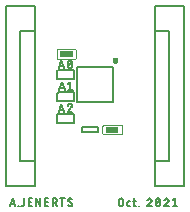
<source format=gto>
G04 EAGLE Gerber RS-274X export*
G75*
%MOMM*%
%FSLAX34Y34*%
%LPD*%
%INSilk screen*%
%IPPOS*%
%AMOC8*
5,1,8,0,0,$1,22.5*%
G01*
%ADD10C,0.127*%
%ADD11C,0.1524*%
%ADD12C,0.2*%
%ADD13C,0.0762*%
%ADD14C,0.15*%
G36*
X0465982Y0282935D02*
X0465982Y0282935D01*
X0465984Y0282934D01*
X0466027Y0282954D01*
X0466071Y0282972D01*
X0466071Y0282974D01*
X0466073Y0282975D01*
X0466106Y0283060D01*
X0466106Y0288140D01*
X0466105Y0288142D01*
X0466106Y0288144D01*
X0466086Y0288187D01*
X0466068Y0288231D01*
X0466066Y0288231D01*
X0466064Y0288233D01*
X0465980Y0288266D01*
X0455820Y0288266D01*
X0455818Y0288265D01*
X0455816Y0288266D01*
X0455773Y0288246D01*
X0455728Y0288228D01*
X0455728Y0288226D01*
X0455727Y0288225D01*
X0455694Y0288140D01*
X0455694Y0283060D01*
X0455695Y0283058D01*
X0455694Y0283056D01*
X0455713Y0283013D01*
X0455732Y0282969D01*
X0455734Y0282969D01*
X0455735Y0282967D01*
X0455820Y0282934D01*
X0465980Y0282934D01*
X0465982Y0282935D01*
G37*
G36*
X0504782Y0218834D02*
X0504782Y0218834D01*
X0504784Y0218834D01*
X0504827Y0218854D01*
X0504871Y0218872D01*
X0504871Y0218874D01*
X0504873Y0218875D01*
X0504906Y0218960D01*
X0504906Y0224040D01*
X0504905Y0224042D01*
X0504906Y0224044D01*
X0504886Y0224087D01*
X0504868Y0224131D01*
X0504865Y0224131D01*
X0504865Y0224133D01*
X0504780Y0224166D01*
X0494620Y0224166D01*
X0494617Y0224165D01*
X0494616Y0224166D01*
X0494573Y0224146D01*
X0494529Y0224128D01*
X0494529Y0224126D01*
X0494527Y0224125D01*
X0494494Y0224040D01*
X0494494Y0218960D01*
X0494495Y0218958D01*
X0494494Y0218956D01*
X0494514Y0218913D01*
X0494532Y0218869D01*
X0494534Y0218869D01*
X0494535Y0218867D01*
X0494620Y0218834D01*
X0504780Y0218834D01*
X0504782Y0218834D01*
G37*
G36*
X0503153Y0277536D02*
X0503153Y0277536D01*
X0503160Y0277543D01*
X0503166Y0277540D01*
X0503769Y0277789D01*
X0503774Y0277798D01*
X0503780Y0277796D01*
X0504298Y0278193D01*
X0504300Y0278202D01*
X0504307Y0278202D01*
X0504704Y0278720D01*
X0504704Y0278730D01*
X0504711Y0278731D01*
X0504960Y0279334D01*
X0504958Y0279343D01*
X0504964Y0279347D01*
X0505049Y0279994D01*
X0505044Y0280002D01*
X0505049Y0280006D01*
X0504964Y0280654D01*
X0504957Y0280660D01*
X0504960Y0280666D01*
X0504711Y0281269D01*
X0504702Y0281274D01*
X0504704Y0281280D01*
X0504307Y0281798D01*
X0504298Y0281800D01*
X0504298Y0281807D01*
X0503780Y0282204D01*
X0503771Y0282204D01*
X0503769Y0282211D01*
X0503166Y0282460D01*
X0503157Y0282458D01*
X0503153Y0282464D01*
X0502506Y0282549D01*
X0502498Y0282544D01*
X0502494Y0282549D01*
X0501847Y0282464D01*
X0501840Y0282457D01*
X0501834Y0282460D01*
X0501231Y0282211D01*
X0501226Y0282202D01*
X0501220Y0282204D01*
X0500702Y0281807D01*
X0500700Y0281798D01*
X0500693Y0281798D01*
X0500296Y0281280D01*
X0500296Y0281271D01*
X0500289Y0281269D01*
X0500040Y0280666D01*
X0500040Y0280665D01*
X0500042Y0280657D01*
X0500036Y0280654D01*
X0499951Y0280006D01*
X0499955Y0279998D01*
X0499951Y0279994D01*
X0500036Y0279347D01*
X0500043Y0279340D01*
X0500040Y0279334D01*
X0500289Y0278731D01*
X0500298Y0278726D01*
X0500296Y0278720D01*
X0500693Y0278202D01*
X0500702Y0278200D01*
X0500702Y0278193D01*
X0501220Y0277796D01*
X0501230Y0277796D01*
X0501231Y0277789D01*
X0501834Y0277540D01*
X0501843Y0277542D01*
X0501847Y0277536D01*
X0502494Y0277451D01*
X0502502Y0277456D01*
X0502506Y0277451D01*
X0503153Y0277536D01*
G37*
D10*
X0454343Y0273635D02*
X0456586Y0280365D01*
X0458830Y0273635D01*
X0458269Y0275318D02*
X0454904Y0275318D01*
X0461918Y0277000D02*
X0461920Y0277148D01*
X0461926Y0277296D01*
X0461936Y0277443D01*
X0461950Y0277591D01*
X0461967Y0277738D01*
X0461989Y0277884D01*
X0462014Y0278030D01*
X0462044Y0278175D01*
X0462077Y0278319D01*
X0462114Y0278462D01*
X0462155Y0278604D01*
X0462200Y0278746D01*
X0462248Y0278885D01*
X0462300Y0279024D01*
X0462356Y0279161D01*
X0462416Y0279296D01*
X0462479Y0279430D01*
X0462479Y0279431D02*
X0462504Y0279498D01*
X0462532Y0279563D01*
X0462564Y0279627D01*
X0462599Y0279690D01*
X0462637Y0279750D01*
X0462678Y0279808D01*
X0462722Y0279865D01*
X0462769Y0279918D01*
X0462819Y0279970D01*
X0462871Y0280018D01*
X0462926Y0280064D01*
X0462983Y0280107D01*
X0463042Y0280147D01*
X0463104Y0280184D01*
X0463167Y0280218D01*
X0463230Y0280248D01*
X0463297Y0280275D01*
X0463365Y0280299D01*
X0463434Y0280319D01*
X0463503Y0280336D01*
X0463573Y0280348D01*
X0463644Y0280358D01*
X0463716Y0280363D01*
X0463787Y0280365D01*
X0463858Y0280363D01*
X0463930Y0280358D01*
X0464001Y0280348D01*
X0464071Y0280336D01*
X0464140Y0280319D01*
X0464209Y0280299D01*
X0464277Y0280275D01*
X0464343Y0280248D01*
X0464407Y0280218D01*
X0464470Y0280184D01*
X0464532Y0280147D01*
X0464591Y0280107D01*
X0464647Y0280064D01*
X0464703Y0280018D01*
X0464754Y0279970D01*
X0464805Y0279918D01*
X0464852Y0279865D01*
X0464896Y0279808D01*
X0464936Y0279750D01*
X0464975Y0279689D01*
X0465010Y0279627D01*
X0465042Y0279563D01*
X0465070Y0279497D01*
X0465095Y0279430D01*
X0465096Y0279430D02*
X0465159Y0279296D01*
X0465219Y0279161D01*
X0465275Y0279024D01*
X0465327Y0278885D01*
X0465375Y0278746D01*
X0465420Y0278605D01*
X0465461Y0278462D01*
X0465498Y0278319D01*
X0465531Y0278175D01*
X0465561Y0278030D01*
X0465586Y0277884D01*
X0465608Y0277738D01*
X0465625Y0277591D01*
X0465639Y0277443D01*
X0465649Y0277296D01*
X0465655Y0277148D01*
X0465657Y0277000D01*
X0461918Y0277000D02*
X0461920Y0276852D01*
X0461926Y0276704D01*
X0461936Y0276557D01*
X0461950Y0276409D01*
X0461967Y0276262D01*
X0461989Y0276116D01*
X0462014Y0275970D01*
X0462044Y0275825D01*
X0462077Y0275681D01*
X0462114Y0275538D01*
X0462155Y0275396D01*
X0462200Y0275255D01*
X0462248Y0275115D01*
X0462300Y0274976D01*
X0462356Y0274839D01*
X0462416Y0274704D01*
X0462479Y0274570D01*
X0462479Y0274569D02*
X0462504Y0274502D01*
X0462532Y0274437D01*
X0462564Y0274373D01*
X0462599Y0274310D01*
X0462637Y0274250D01*
X0462678Y0274192D01*
X0462722Y0274135D01*
X0462769Y0274082D01*
X0462819Y0274030D01*
X0462871Y0273982D01*
X0462926Y0273936D01*
X0462983Y0273893D01*
X0463042Y0273853D01*
X0463104Y0273816D01*
X0463167Y0273782D01*
X0463230Y0273752D01*
X0463297Y0273725D01*
X0463365Y0273701D01*
X0463434Y0273681D01*
X0463503Y0273664D01*
X0463573Y0273652D01*
X0463644Y0273642D01*
X0463716Y0273637D01*
X0463787Y0273635D01*
X0465095Y0274570D02*
X0465158Y0274704D01*
X0465218Y0274839D01*
X0465274Y0274976D01*
X0465326Y0275115D01*
X0465374Y0275254D01*
X0465419Y0275395D01*
X0465460Y0275538D01*
X0465497Y0275681D01*
X0465530Y0275825D01*
X0465560Y0275970D01*
X0465585Y0276116D01*
X0465607Y0276262D01*
X0465623Y0276409D01*
X0465638Y0276557D01*
X0465648Y0276704D01*
X0465653Y0276852D01*
X0465656Y0277000D01*
X0465095Y0274569D02*
X0465070Y0274502D01*
X0465042Y0274437D01*
X0465010Y0274373D01*
X0464975Y0274310D01*
X0464936Y0274250D01*
X0464896Y0274192D01*
X0464852Y0274135D01*
X0464805Y0274082D01*
X0464754Y0274030D01*
X0464703Y0273982D01*
X0464647Y0273936D01*
X0464591Y0273893D01*
X0464532Y0273853D01*
X0464470Y0273816D01*
X0464407Y0273782D01*
X0464343Y0273752D01*
X0464277Y0273725D01*
X0464209Y0273701D01*
X0464140Y0273681D01*
X0464071Y0273664D01*
X0464001Y0273652D01*
X0463930Y0273642D01*
X0463858Y0273637D01*
X0463787Y0273635D01*
X0462291Y0275131D02*
X0465283Y0278869D01*
X0457087Y0261865D02*
X0454844Y0255135D01*
X0459330Y0255135D02*
X0457087Y0261865D01*
X0458769Y0256818D02*
X0455404Y0256818D01*
X0462418Y0260369D02*
X0464287Y0261865D01*
X0464287Y0255135D01*
X0462418Y0255135D02*
X0466156Y0255135D01*
X0456586Y0243365D02*
X0454343Y0236635D01*
X0458830Y0236635D02*
X0456586Y0243365D01*
X0458269Y0238318D02*
X0454904Y0238318D01*
X0463974Y0243366D02*
X0464054Y0243363D01*
X0464134Y0243358D01*
X0464214Y0243348D01*
X0464293Y0243336D01*
X0464371Y0243318D01*
X0464448Y0243298D01*
X0464524Y0243273D01*
X0464600Y0243245D01*
X0464673Y0243214D01*
X0464745Y0243179D01*
X0464816Y0243141D01*
X0464884Y0243099D01*
X0464950Y0243054D01*
X0465014Y0243006D01*
X0465075Y0242955D01*
X0465135Y0242901D01*
X0465192Y0242843D01*
X0465246Y0242785D01*
X0465297Y0242723D01*
X0465345Y0242659D01*
X0465390Y0242593D01*
X0465432Y0242524D01*
X0465469Y0242454D01*
X0465505Y0242382D01*
X0465536Y0242308D01*
X0465563Y0242233D01*
X0465589Y0242156D01*
X0465610Y0242079D01*
X0465627Y0242002D01*
X0465640Y0241923D01*
X0465649Y0241843D01*
X0465655Y0241762D01*
X0465657Y0241683D01*
X0463974Y0243365D02*
X0463883Y0243363D01*
X0463793Y0243357D01*
X0463703Y0243348D01*
X0463613Y0243335D01*
X0463524Y0243318D01*
X0463436Y0243297D01*
X0463349Y0243273D01*
X0463262Y0243245D01*
X0463178Y0243213D01*
X0463093Y0243177D01*
X0463012Y0243139D01*
X0462932Y0243097D01*
X0462853Y0243052D01*
X0462777Y0243003D01*
X0462702Y0242950D01*
X0462630Y0242897D01*
X0462560Y0242839D01*
X0462493Y0242778D01*
X0462428Y0242715D01*
X0462366Y0242649D01*
X0462307Y0242580D01*
X0462251Y0242509D01*
X0462198Y0242436D01*
X0462147Y0242360D01*
X0462100Y0242282D01*
X0462057Y0242203D01*
X0462017Y0242122D01*
X0461980Y0242039D01*
X0461947Y0241955D01*
X0461917Y0241869D01*
X0465095Y0240373D02*
X0465152Y0240432D01*
X0465208Y0240492D01*
X0465259Y0240554D01*
X0465309Y0240619D01*
X0465356Y0240685D01*
X0465399Y0240754D01*
X0465439Y0240825D01*
X0465476Y0240897D01*
X0465510Y0240970D01*
X0465540Y0241047D01*
X0465567Y0241122D01*
X0465591Y0241201D01*
X0465610Y0241280D01*
X0465627Y0241360D01*
X0465640Y0241439D01*
X0465649Y0241521D01*
X0465653Y0241602D01*
X0465656Y0241683D01*
X0465096Y0240373D02*
X0461918Y0236635D01*
X0465656Y0236635D01*
D11*
X0415319Y0163438D02*
X0413161Y0156962D01*
X0417479Y0156962D02*
X0415319Y0163438D01*
X0416939Y0158581D02*
X0413701Y0158581D01*
X0420180Y0157322D02*
X0420180Y0156962D01*
X0420180Y0157322D02*
X0420540Y0157322D01*
X0420540Y0156962D01*
X0420180Y0156962D01*
X0424848Y0158401D02*
X0424848Y0163438D01*
X0424848Y0158401D02*
X0424846Y0158328D01*
X0424841Y0158255D01*
X0424831Y0158183D01*
X0424819Y0158111D01*
X0424801Y0158040D01*
X0424782Y0157970D01*
X0424758Y0157901D01*
X0424731Y0157834D01*
X0424701Y0157767D01*
X0424667Y0157703D01*
X0424630Y0157640D01*
X0424590Y0157579D01*
X0424547Y0157520D01*
X0424501Y0157464D01*
X0424452Y0157410D01*
X0424400Y0157358D01*
X0424346Y0157309D01*
X0424290Y0157263D01*
X0424231Y0157220D01*
X0424170Y0157180D01*
X0424107Y0157143D01*
X0424043Y0157109D01*
X0423975Y0157079D01*
X0423909Y0157052D01*
X0423840Y0157028D01*
X0423770Y0157008D01*
X0423699Y0156991D01*
X0423626Y0156979D01*
X0423555Y0156969D01*
X0423482Y0156964D01*
X0423409Y0156962D01*
X0422690Y0156962D01*
X0428905Y0156962D02*
X0431783Y0156962D01*
X0428905Y0156962D02*
X0428905Y0163438D01*
X0431783Y0163438D01*
X0431064Y0160560D02*
X0428905Y0160560D01*
X0435121Y0163438D02*
X0435121Y0156962D01*
X0438718Y0156962D02*
X0435121Y0163438D01*
X0438718Y0163438D02*
X0438718Y0156962D01*
X0442825Y0156962D02*
X0445703Y0156962D01*
X0442825Y0156962D02*
X0442825Y0163438D01*
X0445703Y0163438D01*
X0444984Y0160560D02*
X0442825Y0160560D01*
X0449119Y0163438D02*
X0449119Y0156962D01*
X0449119Y0163438D02*
X0450918Y0163438D01*
X0451001Y0163436D01*
X0451084Y0163430D01*
X0451167Y0163420D01*
X0451248Y0163406D01*
X0451330Y0163390D01*
X0451410Y0163369D01*
X0451490Y0163344D01*
X0451567Y0163317D01*
X0451645Y0163284D01*
X0451719Y0163249D01*
X0451793Y0163211D01*
X0451865Y0163169D01*
X0451935Y0163123D01*
X0452002Y0163075D01*
X0452067Y0163023D01*
X0452130Y0162968D01*
X0452190Y0162911D01*
X0452247Y0162851D01*
X0452301Y0162788D01*
X0452354Y0162723D01*
X0452402Y0162656D01*
X0452448Y0162586D01*
X0452490Y0162514D01*
X0452528Y0162441D01*
X0452564Y0162366D01*
X0452596Y0162289D01*
X0452624Y0162211D01*
X0452648Y0162131D01*
X0452669Y0162051D01*
X0452686Y0161970D01*
X0452699Y0161888D01*
X0452709Y0161805D01*
X0452715Y0161722D01*
X0452717Y0161638D01*
X0452715Y0161556D01*
X0452709Y0161473D01*
X0452699Y0161390D01*
X0452686Y0161308D01*
X0452669Y0161227D01*
X0452648Y0161147D01*
X0452624Y0161067D01*
X0452596Y0160989D01*
X0452564Y0160912D01*
X0452528Y0160837D01*
X0452490Y0160764D01*
X0452448Y0160692D01*
X0452402Y0160622D01*
X0452354Y0160555D01*
X0452301Y0160490D01*
X0452247Y0160427D01*
X0452190Y0160367D01*
X0452130Y0160310D01*
X0452067Y0160255D01*
X0452002Y0160203D01*
X0451935Y0160155D01*
X0451865Y0160109D01*
X0451793Y0160067D01*
X0451719Y0160029D01*
X0451645Y0159993D01*
X0451567Y0159961D01*
X0451490Y0159933D01*
X0451410Y0159909D01*
X0451330Y0159888D01*
X0451248Y0159871D01*
X0451167Y0159857D01*
X0451084Y0159848D01*
X0451001Y0159842D01*
X0450918Y0159840D01*
X0449119Y0159840D01*
X0451278Y0159840D02*
X0452717Y0156962D01*
X0457560Y0156962D02*
X0457560Y0163438D01*
X0455760Y0163438D02*
X0459359Y0163438D01*
X0464400Y0156962D02*
X0464475Y0156964D01*
X0464550Y0156970D01*
X0464625Y0156980D01*
X0464699Y0156993D01*
X0464771Y0157011D01*
X0464844Y0157032D01*
X0464916Y0157058D01*
X0464985Y0157086D01*
X0465053Y0157119D01*
X0465120Y0157155D01*
X0465184Y0157194D01*
X0465246Y0157237D01*
X0465306Y0157283D01*
X0465363Y0157332D01*
X0465418Y0157383D01*
X0465469Y0157438D01*
X0465518Y0157495D01*
X0465563Y0157555D01*
X0465607Y0157617D01*
X0465646Y0157682D01*
X0465682Y0157748D01*
X0465715Y0157816D01*
X0465743Y0157885D01*
X0465769Y0157956D01*
X0465790Y0158029D01*
X0465807Y0158102D01*
X0465820Y0158176D01*
X0465831Y0158251D01*
X0465837Y0158326D01*
X0465839Y0158401D01*
X0464400Y0156962D02*
X0464291Y0156964D01*
X0464182Y0156970D01*
X0464073Y0156980D01*
X0463965Y0156993D01*
X0463857Y0157011D01*
X0463750Y0157032D01*
X0463644Y0157057D01*
X0463539Y0157086D01*
X0463435Y0157119D01*
X0463332Y0157156D01*
X0463230Y0157196D01*
X0463131Y0157240D01*
X0463033Y0157287D01*
X0462936Y0157338D01*
X0462841Y0157392D01*
X0462749Y0157450D01*
X0462658Y0157511D01*
X0462570Y0157575D01*
X0462484Y0157642D01*
X0462400Y0157712D01*
X0462320Y0157785D01*
X0462241Y0157861D01*
X0462421Y0161999D02*
X0462423Y0162074D01*
X0462429Y0162149D01*
X0462438Y0162224D01*
X0462451Y0162298D01*
X0462470Y0162371D01*
X0462491Y0162444D01*
X0462517Y0162515D01*
X0462545Y0162584D01*
X0462578Y0162652D01*
X0462614Y0162719D01*
X0462652Y0162783D01*
X0462695Y0162845D01*
X0462742Y0162905D01*
X0462791Y0162962D01*
X0462842Y0163017D01*
X0462896Y0163068D01*
X0462954Y0163117D01*
X0463014Y0163162D01*
X0463076Y0163206D01*
X0463140Y0163245D01*
X0463207Y0163281D01*
X0463275Y0163314D01*
X0463344Y0163342D01*
X0463414Y0163368D01*
X0463488Y0163389D01*
X0463561Y0163406D01*
X0463635Y0163420D01*
X0463710Y0163430D01*
X0463785Y0163436D01*
X0463860Y0163438D01*
X0463962Y0163436D01*
X0464064Y0163430D01*
X0464166Y0163420D01*
X0464266Y0163406D01*
X0464368Y0163390D01*
X0464467Y0163369D01*
X0464567Y0163344D01*
X0464664Y0163314D01*
X0464762Y0163283D01*
X0464857Y0163247D01*
X0464951Y0163207D01*
X0465044Y0163164D01*
X0465135Y0163118D01*
X0465224Y0163068D01*
X0465311Y0163015D01*
X0465396Y0162958D01*
X0465479Y0162898D01*
X0463140Y0160739D02*
X0463075Y0160780D01*
X0463013Y0160823D01*
X0462953Y0160870D01*
X0462896Y0160920D01*
X0462841Y0160972D01*
X0462789Y0161027D01*
X0462740Y0161086D01*
X0462695Y0161146D01*
X0462652Y0161209D01*
X0462613Y0161274D01*
X0462577Y0161340D01*
X0462544Y0161408D01*
X0462515Y0161479D01*
X0462490Y0161551D01*
X0462468Y0161624D01*
X0462451Y0161698D01*
X0462438Y0161772D01*
X0462428Y0161847D01*
X0462421Y0161923D01*
X0462420Y0161999D01*
X0465119Y0159661D02*
X0465184Y0159620D01*
X0465246Y0159577D01*
X0465306Y0159530D01*
X0465363Y0159480D01*
X0465418Y0159428D01*
X0465469Y0159372D01*
X0465519Y0159314D01*
X0465563Y0159254D01*
X0465607Y0159191D01*
X0465646Y0159126D01*
X0465682Y0159060D01*
X0465715Y0158991D01*
X0465744Y0158921D01*
X0465769Y0158849D01*
X0465790Y0158776D01*
X0465807Y0158702D01*
X0465820Y0158628D01*
X0465831Y0158553D01*
X0465837Y0158477D01*
X0465839Y0158401D01*
X0465119Y0159660D02*
X0463140Y0160740D01*
X0505401Y0161539D02*
X0505401Y0158661D01*
X0505401Y0161539D02*
X0505403Y0161622D01*
X0505409Y0161705D01*
X0505418Y0161788D01*
X0505432Y0161870D01*
X0505449Y0161951D01*
X0505469Y0162031D01*
X0505494Y0162111D01*
X0505522Y0162189D01*
X0505554Y0162266D01*
X0505590Y0162341D01*
X0505627Y0162414D01*
X0505670Y0162486D01*
X0505716Y0162556D01*
X0505764Y0162623D01*
X0505816Y0162688D01*
X0505871Y0162750D01*
X0505927Y0162811D01*
X0505988Y0162868D01*
X0506051Y0162923D01*
X0506115Y0162975D01*
X0506183Y0163023D01*
X0506252Y0163069D01*
X0506325Y0163111D01*
X0506398Y0163149D01*
X0506473Y0163185D01*
X0506550Y0163217D01*
X0506628Y0163245D01*
X0506708Y0163268D01*
X0506788Y0163290D01*
X0506869Y0163307D01*
X0506950Y0163321D01*
X0507034Y0163329D01*
X0507117Y0163336D01*
X0507200Y0163338D01*
X0507283Y0163336D01*
X0507365Y0163329D01*
X0507449Y0163321D01*
X0507531Y0163307D01*
X0507612Y0163290D01*
X0507692Y0163268D01*
X0507772Y0163245D01*
X0507849Y0163217D01*
X0507926Y0163185D01*
X0508002Y0163149D01*
X0508075Y0163111D01*
X0508147Y0163069D01*
X0508217Y0163023D01*
X0508284Y0162975D01*
X0508349Y0162923D01*
X0508412Y0162868D01*
X0508472Y0162811D01*
X0508529Y0162750D01*
X0508584Y0162688D01*
X0508636Y0162623D01*
X0508684Y0162556D01*
X0508730Y0162486D01*
X0508772Y0162414D01*
X0508810Y0162341D01*
X0508846Y0162266D01*
X0508878Y0162189D01*
X0508906Y0162111D01*
X0508930Y0162031D01*
X0508951Y0161951D01*
X0508968Y0161870D01*
X0508982Y0161788D01*
X0508991Y0161705D01*
X0508996Y0161622D01*
X0508999Y0161539D01*
X0508999Y0158661D01*
X0508996Y0158578D01*
X0508991Y0158495D01*
X0508982Y0158412D01*
X0508968Y0158330D01*
X0508951Y0158249D01*
X0508930Y0158169D01*
X0508906Y0158089D01*
X0508878Y0158011D01*
X0508846Y0157934D01*
X0508810Y0157859D01*
X0508772Y0157786D01*
X0508730Y0157714D01*
X0508684Y0157644D01*
X0508636Y0157577D01*
X0508584Y0157512D01*
X0508529Y0157449D01*
X0508472Y0157389D01*
X0508412Y0157332D01*
X0508349Y0157277D01*
X0508284Y0157225D01*
X0508217Y0157177D01*
X0508147Y0157131D01*
X0508075Y0157089D01*
X0508002Y0157051D01*
X0507926Y0157015D01*
X0507849Y0156983D01*
X0507772Y0156955D01*
X0507692Y0156931D01*
X0507612Y0156910D01*
X0507531Y0156893D01*
X0507449Y0156879D01*
X0507365Y0156870D01*
X0507283Y0156864D01*
X0507200Y0156862D01*
X0507117Y0156864D01*
X0507034Y0156870D01*
X0506950Y0156879D01*
X0506869Y0156893D01*
X0506788Y0156910D01*
X0506708Y0156931D01*
X0506628Y0156955D01*
X0506550Y0156983D01*
X0506473Y0157015D01*
X0506398Y0157051D01*
X0506325Y0157089D01*
X0506252Y0157131D01*
X0506183Y0157177D01*
X0506115Y0157225D01*
X0506051Y0157277D01*
X0505988Y0157332D01*
X0505927Y0157389D01*
X0505871Y0157449D01*
X0505816Y0157512D01*
X0505764Y0157577D01*
X0505716Y0157644D01*
X0505670Y0157714D01*
X0505627Y0157786D01*
X0505590Y0157859D01*
X0505554Y0157934D01*
X0505522Y0158011D01*
X0505494Y0158089D01*
X0505469Y0158169D01*
X0505449Y0158249D01*
X0505432Y0158330D01*
X0505418Y0158412D01*
X0505409Y0158495D01*
X0505403Y0158578D01*
X0505401Y0158661D01*
X0513574Y0156862D02*
X0515014Y0156862D01*
X0513574Y0156862D02*
X0513511Y0156864D01*
X0513449Y0156869D01*
X0513387Y0156878D01*
X0513324Y0156891D01*
X0513264Y0156907D01*
X0513204Y0156927D01*
X0513147Y0156950D01*
X0513090Y0156977D01*
X0513035Y0157007D01*
X0512981Y0157040D01*
X0512930Y0157076D01*
X0512879Y0157114D01*
X0512834Y0157156D01*
X0512789Y0157201D01*
X0512746Y0157247D01*
X0512709Y0157297D01*
X0512673Y0157348D01*
X0512639Y0157402D01*
X0512609Y0157457D01*
X0512583Y0157514D01*
X0512560Y0157572D01*
X0512540Y0157632D01*
X0512524Y0157692D01*
X0512511Y0157754D01*
X0512502Y0157816D01*
X0512497Y0157878D01*
X0512495Y0157941D01*
X0512495Y0160100D01*
X0512497Y0160163D01*
X0512502Y0160225D01*
X0512511Y0160287D01*
X0512524Y0160349D01*
X0512540Y0160409D01*
X0512560Y0160469D01*
X0512583Y0160527D01*
X0512609Y0160584D01*
X0512639Y0160640D01*
X0512673Y0160692D01*
X0512709Y0160744D01*
X0512746Y0160794D01*
X0512789Y0160840D01*
X0512834Y0160885D01*
X0512879Y0160927D01*
X0512930Y0160965D01*
X0512981Y0161001D01*
X0513035Y0161034D01*
X0513090Y0161064D01*
X0513147Y0161091D01*
X0513204Y0161114D01*
X0513264Y0161134D01*
X0513324Y0161149D01*
X0513387Y0161163D01*
X0513449Y0161172D01*
X0513511Y0161177D01*
X0513574Y0161179D01*
X0515014Y0161179D01*
X0517301Y0161179D02*
X0519461Y0161179D01*
X0518022Y0163338D02*
X0518022Y0157941D01*
X0518024Y0157878D01*
X0518029Y0157816D01*
X0518038Y0157754D01*
X0518050Y0157692D01*
X0518067Y0157632D01*
X0518087Y0157572D01*
X0518110Y0157514D01*
X0518137Y0157457D01*
X0518167Y0157401D01*
X0518200Y0157348D01*
X0518236Y0157297D01*
X0518274Y0157247D01*
X0518316Y0157201D01*
X0518361Y0157156D01*
X0518407Y0157114D01*
X0518457Y0157075D01*
X0518508Y0157039D01*
X0518562Y0157007D01*
X0518617Y0156977D01*
X0518674Y0156950D01*
X0518732Y0156927D01*
X0518792Y0156907D01*
X0518852Y0156891D01*
X0518914Y0156878D01*
X0518975Y0156869D01*
X0519038Y0156864D01*
X0519101Y0156862D01*
X0519461Y0156862D01*
X0522140Y0156862D02*
X0522140Y0157222D01*
X0522500Y0157222D01*
X0522500Y0156862D01*
X0522140Y0156862D01*
X0531380Y0163338D02*
X0531459Y0163336D01*
X0531539Y0163329D01*
X0531618Y0163320D01*
X0531696Y0163307D01*
X0531773Y0163289D01*
X0531850Y0163268D01*
X0531925Y0163243D01*
X0532000Y0163215D01*
X0532072Y0163183D01*
X0532143Y0163146D01*
X0532212Y0163108D01*
X0532279Y0163065D01*
X0532344Y0163019D01*
X0532407Y0162971D01*
X0532467Y0162918D01*
X0532525Y0162864D01*
X0532580Y0162806D01*
X0532632Y0162746D01*
X0532680Y0162683D01*
X0532726Y0162618D01*
X0532769Y0162551D01*
X0532808Y0162482D01*
X0532844Y0162411D01*
X0532876Y0162338D01*
X0532904Y0162263D01*
X0532929Y0162189D01*
X0532950Y0162112D01*
X0532968Y0162034D01*
X0532981Y0161957D01*
X0532991Y0161878D01*
X0532997Y0161798D01*
X0532999Y0161719D01*
X0531380Y0163338D02*
X0531290Y0163336D01*
X0531200Y0163329D01*
X0531110Y0163320D01*
X0531021Y0163307D01*
X0530933Y0163289D01*
X0530845Y0163268D01*
X0530758Y0163243D01*
X0530673Y0163214D01*
X0530589Y0163182D01*
X0530506Y0163145D01*
X0530425Y0163106D01*
X0530346Y0163063D01*
X0530269Y0163016D01*
X0530193Y0162966D01*
X0530120Y0162913D01*
X0530050Y0162856D01*
X0529982Y0162798D01*
X0529916Y0162736D01*
X0529854Y0162671D01*
X0529794Y0162603D01*
X0529737Y0162533D01*
X0529683Y0162460D01*
X0529633Y0162385D01*
X0529585Y0162310D01*
X0529541Y0162231D01*
X0529501Y0162150D01*
X0529464Y0162068D01*
X0529431Y0161984D01*
X0529401Y0161899D01*
X0532459Y0160460D02*
X0532515Y0160515D01*
X0532568Y0160573D01*
X0532618Y0160632D01*
X0532665Y0160695D01*
X0532710Y0160759D01*
X0532752Y0160825D01*
X0532790Y0160893D01*
X0532826Y0160963D01*
X0532858Y0161034D01*
X0532888Y0161107D01*
X0532913Y0161180D01*
X0532936Y0161255D01*
X0532955Y0161331D01*
X0532971Y0161408D01*
X0532983Y0161484D01*
X0532992Y0161563D01*
X0532997Y0161641D01*
X0532999Y0161719D01*
X0532459Y0160460D02*
X0529401Y0156862D01*
X0532999Y0156862D01*
X0536601Y0160100D02*
X0536603Y0160242D01*
X0536609Y0160385D01*
X0536618Y0160527D01*
X0536631Y0160669D01*
X0536648Y0160810D01*
X0536669Y0160951D01*
X0536694Y0161091D01*
X0536722Y0161231D01*
X0536754Y0161369D01*
X0536790Y0161507D01*
X0536829Y0161644D01*
X0536872Y0161780D01*
X0536919Y0161914D01*
X0536969Y0162048D01*
X0537023Y0162179D01*
X0537080Y0162310D01*
X0537141Y0162439D01*
X0537166Y0162506D01*
X0537195Y0162572D01*
X0537227Y0162636D01*
X0537263Y0162698D01*
X0537301Y0162758D01*
X0537344Y0162817D01*
X0537389Y0162872D01*
X0537437Y0162926D01*
X0537488Y0162976D01*
X0537541Y0163024D01*
X0537597Y0163069D01*
X0537656Y0163111D01*
X0537716Y0163149D01*
X0537779Y0163184D01*
X0537843Y0163216D01*
X0537909Y0163244D01*
X0537977Y0163268D01*
X0538045Y0163290D01*
X0538115Y0163307D01*
X0538186Y0163321D01*
X0538257Y0163329D01*
X0538328Y0163336D01*
X0538400Y0163338D01*
X0538472Y0163336D01*
X0538543Y0163329D01*
X0538614Y0163321D01*
X0538685Y0163307D01*
X0538755Y0163290D01*
X0538823Y0163268D01*
X0538891Y0163244D01*
X0538957Y0163216D01*
X0539021Y0163184D01*
X0539084Y0163149D01*
X0539144Y0163111D01*
X0539203Y0163069D01*
X0539259Y0163024D01*
X0539312Y0162976D01*
X0539363Y0162926D01*
X0539411Y0162872D01*
X0539456Y0162817D01*
X0539499Y0162758D01*
X0539537Y0162698D01*
X0539573Y0162636D01*
X0539605Y0162572D01*
X0539634Y0162506D01*
X0539659Y0162439D01*
X0539720Y0162310D01*
X0539777Y0162179D01*
X0539831Y0162048D01*
X0539881Y0161914D01*
X0539928Y0161780D01*
X0539971Y0161644D01*
X0540010Y0161507D01*
X0540046Y0161369D01*
X0540078Y0161231D01*
X0540106Y0161091D01*
X0540131Y0160951D01*
X0540152Y0160810D01*
X0540169Y0160669D01*
X0540182Y0160527D01*
X0540191Y0160385D01*
X0540197Y0160242D01*
X0540199Y0160100D01*
X0536601Y0160100D02*
X0536603Y0159958D01*
X0536609Y0159815D01*
X0536618Y0159673D01*
X0536631Y0159531D01*
X0536648Y0159390D01*
X0536669Y0159249D01*
X0536694Y0159109D01*
X0536722Y0158969D01*
X0536754Y0158831D01*
X0536790Y0158693D01*
X0536829Y0158556D01*
X0536872Y0158420D01*
X0536919Y0158286D01*
X0536969Y0158152D01*
X0537023Y0158021D01*
X0537080Y0157890D01*
X0537141Y0157761D01*
X0537166Y0157694D01*
X0537195Y0157628D01*
X0537227Y0157564D01*
X0537263Y0157502D01*
X0537301Y0157441D01*
X0537344Y0157383D01*
X0537389Y0157328D01*
X0537437Y0157274D01*
X0537488Y0157224D01*
X0537541Y0157176D01*
X0537597Y0157131D01*
X0537656Y0157089D01*
X0537716Y0157051D01*
X0537779Y0157016D01*
X0537843Y0156984D01*
X0537909Y0156956D01*
X0537977Y0156931D01*
X0538045Y0156910D01*
X0538115Y0156893D01*
X0538186Y0156879D01*
X0538257Y0156870D01*
X0538328Y0156864D01*
X0538400Y0156862D01*
X0539659Y0157761D02*
X0539720Y0157890D01*
X0539777Y0158021D01*
X0539831Y0158152D01*
X0539881Y0158286D01*
X0539928Y0158420D01*
X0539971Y0158556D01*
X0540010Y0158693D01*
X0540046Y0158831D01*
X0540078Y0158969D01*
X0540106Y0159109D01*
X0540131Y0159249D01*
X0540152Y0159390D01*
X0540169Y0159531D01*
X0540182Y0159673D01*
X0540191Y0159815D01*
X0540197Y0159958D01*
X0540199Y0160100D01*
X0539659Y0157761D02*
X0539634Y0157694D01*
X0539605Y0157628D01*
X0539573Y0157564D01*
X0539537Y0157502D01*
X0539499Y0157442D01*
X0539456Y0157383D01*
X0539411Y0157328D01*
X0539363Y0157274D01*
X0539312Y0157224D01*
X0539259Y0157176D01*
X0539203Y0157131D01*
X0539144Y0157089D01*
X0539084Y0157051D01*
X0539021Y0157016D01*
X0538957Y0156984D01*
X0538891Y0156956D01*
X0538823Y0156931D01*
X0538755Y0156910D01*
X0538685Y0156893D01*
X0538614Y0156879D01*
X0538543Y0156870D01*
X0538472Y0156864D01*
X0538400Y0156862D01*
X0536961Y0158301D02*
X0539839Y0161899D01*
X0545780Y0163338D02*
X0545859Y0163336D01*
X0545939Y0163329D01*
X0546018Y0163320D01*
X0546096Y0163307D01*
X0546173Y0163289D01*
X0546250Y0163268D01*
X0546325Y0163243D01*
X0546400Y0163215D01*
X0546472Y0163183D01*
X0546543Y0163146D01*
X0546612Y0163108D01*
X0546679Y0163065D01*
X0546744Y0163019D01*
X0546807Y0162971D01*
X0546867Y0162918D01*
X0546925Y0162864D01*
X0546980Y0162806D01*
X0547032Y0162746D01*
X0547080Y0162683D01*
X0547126Y0162618D01*
X0547169Y0162551D01*
X0547208Y0162482D01*
X0547244Y0162411D01*
X0547276Y0162338D01*
X0547304Y0162263D01*
X0547329Y0162189D01*
X0547350Y0162112D01*
X0547368Y0162034D01*
X0547381Y0161957D01*
X0547391Y0161878D01*
X0547397Y0161798D01*
X0547399Y0161719D01*
X0545780Y0163338D02*
X0545690Y0163336D01*
X0545600Y0163329D01*
X0545510Y0163320D01*
X0545421Y0163307D01*
X0545333Y0163289D01*
X0545245Y0163268D01*
X0545158Y0163243D01*
X0545073Y0163214D01*
X0544989Y0163182D01*
X0544906Y0163145D01*
X0544825Y0163106D01*
X0544746Y0163063D01*
X0544669Y0163016D01*
X0544593Y0162966D01*
X0544520Y0162913D01*
X0544450Y0162856D01*
X0544382Y0162798D01*
X0544316Y0162736D01*
X0544254Y0162671D01*
X0544194Y0162603D01*
X0544137Y0162533D01*
X0544083Y0162460D01*
X0544033Y0162385D01*
X0543985Y0162310D01*
X0543941Y0162231D01*
X0543901Y0162150D01*
X0543864Y0162068D01*
X0543831Y0161984D01*
X0543801Y0161899D01*
X0546859Y0160460D02*
X0546915Y0160515D01*
X0546968Y0160573D01*
X0547018Y0160632D01*
X0547065Y0160695D01*
X0547110Y0160759D01*
X0547152Y0160825D01*
X0547190Y0160893D01*
X0547226Y0160963D01*
X0547258Y0161034D01*
X0547288Y0161107D01*
X0547313Y0161180D01*
X0547336Y0161255D01*
X0547355Y0161331D01*
X0547371Y0161408D01*
X0547383Y0161484D01*
X0547392Y0161563D01*
X0547397Y0161641D01*
X0547399Y0161719D01*
X0546859Y0160460D02*
X0543801Y0156862D01*
X0547399Y0156862D01*
X0551001Y0161899D02*
X0552800Y0163338D01*
X0552800Y0156862D01*
X0551001Y0156862D02*
X0554599Y0156862D01*
D12*
X0434500Y0326000D02*
X0409500Y0326000D01*
X0409500Y0174000D01*
X0434500Y0174000D01*
X0434500Y0195000D01*
X0434500Y0305000D01*
X0434500Y0326000D01*
X0434500Y0305000D02*
X0422000Y0305000D01*
X0422000Y0195000D01*
X0434500Y0195000D01*
D10*
X0500000Y0245000D02*
X0500000Y0275000D01*
X0470000Y0275000D01*
X0470000Y0245000D01*
X0500000Y0245000D01*
D13*
X0469290Y0288275D02*
X0469288Y0288344D01*
X0469283Y0288412D01*
X0469273Y0288480D01*
X0469260Y0288548D01*
X0469244Y0288615D01*
X0469223Y0288681D01*
X0469200Y0288745D01*
X0469173Y0288808D01*
X0469142Y0288870D01*
X0469108Y0288930D01*
X0469071Y0288988D01*
X0469031Y0289044D01*
X0468988Y0289097D01*
X0468942Y0289148D01*
X0468893Y0289197D01*
X0468842Y0289243D01*
X0468789Y0289286D01*
X0468733Y0289326D01*
X0468675Y0289363D01*
X0468615Y0289397D01*
X0468553Y0289428D01*
X0468490Y0289455D01*
X0468426Y0289479D01*
X0468360Y0289499D01*
X0468293Y0289515D01*
X0468225Y0289528D01*
X0468157Y0289538D01*
X0468089Y0289543D01*
X0468020Y0289545D01*
X0469290Y0288275D02*
X0469290Y0282925D01*
X0469288Y0282856D01*
X0469283Y0282788D01*
X0469273Y0282720D01*
X0469260Y0282652D01*
X0469244Y0282585D01*
X0469223Y0282519D01*
X0469200Y0282455D01*
X0469173Y0282392D01*
X0469142Y0282330D01*
X0469108Y0282270D01*
X0469071Y0282212D01*
X0469031Y0282156D01*
X0468988Y0282103D01*
X0468942Y0282052D01*
X0468893Y0282003D01*
X0468842Y0281957D01*
X0468789Y0281914D01*
X0468733Y0281874D01*
X0468675Y0281837D01*
X0468615Y0281803D01*
X0468553Y0281772D01*
X0468490Y0281745D01*
X0468426Y0281721D01*
X0468360Y0281701D01*
X0468293Y0281685D01*
X0468225Y0281672D01*
X0468157Y0281662D01*
X0468089Y0281657D01*
X0468020Y0281655D01*
X0453780Y0281655D01*
X0453711Y0281657D01*
X0453643Y0281662D01*
X0453575Y0281672D01*
X0453507Y0281685D01*
X0453440Y0281701D01*
X0453374Y0281721D01*
X0453310Y0281745D01*
X0453247Y0281772D01*
X0453185Y0281803D01*
X0453125Y0281837D01*
X0453067Y0281874D01*
X0453011Y0281914D01*
X0452958Y0281957D01*
X0452907Y0282003D01*
X0452858Y0282052D01*
X0452812Y0282103D01*
X0452769Y0282156D01*
X0452729Y0282212D01*
X0452692Y0282270D01*
X0452658Y0282330D01*
X0452627Y0282392D01*
X0452600Y0282455D01*
X0452575Y0282519D01*
X0452556Y0282585D01*
X0452540Y0282652D01*
X0452527Y0282720D01*
X0452517Y0282788D01*
X0452512Y0282856D01*
X0452510Y0282925D01*
X0452510Y0288275D01*
X0452512Y0288344D01*
X0452517Y0288412D01*
X0452527Y0288480D01*
X0452540Y0288548D01*
X0452556Y0288615D01*
X0452575Y0288681D01*
X0452600Y0288745D01*
X0452627Y0288808D01*
X0452658Y0288870D01*
X0452692Y0288930D01*
X0452729Y0288988D01*
X0452769Y0289044D01*
X0452812Y0289097D01*
X0452858Y0289148D01*
X0452907Y0289197D01*
X0452958Y0289243D01*
X0453011Y0289286D01*
X0453067Y0289326D01*
X0453125Y0289363D01*
X0453185Y0289397D01*
X0453247Y0289428D01*
X0453310Y0289455D01*
X0453374Y0289479D01*
X0453440Y0289499D01*
X0453507Y0289515D01*
X0453575Y0289528D01*
X0453643Y0289538D01*
X0453711Y0289543D01*
X0453780Y0289545D01*
X0468020Y0289545D01*
X0506820Y0225445D02*
X0506889Y0225443D01*
X0506957Y0225438D01*
X0507025Y0225428D01*
X0507093Y0225415D01*
X0507160Y0225399D01*
X0507226Y0225379D01*
X0507290Y0225355D01*
X0507353Y0225328D01*
X0507415Y0225296D01*
X0507475Y0225263D01*
X0507532Y0225226D01*
X0507588Y0225186D01*
X0507642Y0225143D01*
X0507693Y0225097D01*
X0507742Y0225048D01*
X0507788Y0224997D01*
X0507831Y0224944D01*
X0507871Y0224888D01*
X0507908Y0224830D01*
X0507942Y0224770D01*
X0507973Y0224708D01*
X0508000Y0224645D01*
X0508024Y0224581D01*
X0508044Y0224515D01*
X0508060Y0224448D01*
X0508073Y0224380D01*
X0508083Y0224312D01*
X0508088Y0224244D01*
X0508090Y0224175D01*
X0508090Y0218825D01*
X0508088Y0218756D01*
X0508083Y0218688D01*
X0508073Y0218620D01*
X0508060Y0218552D01*
X0508044Y0218485D01*
X0508024Y0218419D01*
X0508000Y0218355D01*
X0507973Y0218292D01*
X0507942Y0218230D01*
X0507908Y0218170D01*
X0507871Y0218112D01*
X0507831Y0218055D01*
X0507788Y0218003D01*
X0507742Y0217952D01*
X0507693Y0217903D01*
X0507642Y0217856D01*
X0507588Y0217813D01*
X0507532Y0217774D01*
X0507475Y0217736D01*
X0507415Y0217703D01*
X0507353Y0217672D01*
X0507290Y0217644D01*
X0507226Y0217621D01*
X0507160Y0217601D01*
X0507093Y0217584D01*
X0507025Y0217572D01*
X0506957Y0217562D01*
X0506889Y0217557D01*
X0506820Y0217554D01*
X0492579Y0217554D01*
X0492511Y0217557D01*
X0492443Y0217562D01*
X0492375Y0217572D01*
X0492307Y0217584D01*
X0492240Y0217601D01*
X0492174Y0217621D01*
X0492110Y0217644D01*
X0492047Y0217672D01*
X0491984Y0217703D01*
X0491925Y0217736D01*
X0491867Y0217774D01*
X0491811Y0217813D01*
X0491758Y0217856D01*
X0491706Y0217903D01*
X0491658Y0217952D01*
X0491612Y0218003D01*
X0491569Y0218055D01*
X0491529Y0218112D01*
X0491492Y0218170D01*
X0491458Y0218230D01*
X0491427Y0218292D01*
X0491400Y0218355D01*
X0491376Y0218419D01*
X0491355Y0218485D01*
X0491340Y0218552D01*
X0491327Y0218620D01*
X0491317Y0218688D01*
X0491312Y0218756D01*
X0491310Y0218825D01*
X0491310Y0224175D01*
X0491312Y0224244D01*
X0491317Y0224312D01*
X0491327Y0224380D01*
X0491340Y0224448D01*
X0491355Y0224515D01*
X0491376Y0224581D01*
X0491400Y0224645D01*
X0491427Y0224708D01*
X0491458Y0224770D01*
X0491492Y0224830D01*
X0491529Y0224888D01*
X0491569Y0224944D01*
X0491612Y0224997D01*
X0491658Y0225048D01*
X0491706Y0225097D01*
X0491758Y0225143D01*
X0491811Y0225186D01*
X0491867Y0225226D01*
X0491925Y0225263D01*
X0491984Y0225296D01*
X0492047Y0225328D01*
X0492110Y0225355D01*
X0492174Y0225379D01*
X0492240Y0225399D01*
X0492307Y0225415D01*
X0492375Y0225428D01*
X0492443Y0225438D01*
X0492511Y0225443D01*
X0492579Y0225445D01*
X0506820Y0225445D01*
D12*
X0535500Y0174000D02*
X0560500Y0174000D01*
X0560500Y0326000D01*
X0535500Y0326000D01*
X0535500Y0305000D01*
X0535500Y0195000D01*
X0535500Y0174000D01*
X0535500Y0195000D02*
X0548000Y0195000D01*
X0548000Y0305000D01*
X0535500Y0305000D01*
D14*
X0465466Y0272180D02*
X0454734Y0272180D01*
X0452694Y0266060D02*
X0452695Y0265971D01*
X0452702Y0265882D01*
X0452710Y0265794D01*
X0452725Y0265706D01*
X0452742Y0265618D01*
X0452764Y0265532D01*
X0452788Y0265447D01*
X0452817Y0265362D01*
X0452849Y0265279D01*
X0452885Y0265198D01*
X0452924Y0265118D01*
X0452967Y0265040D01*
X0453013Y0264964D01*
X0453063Y0264890D01*
X0453116Y0264818D01*
X0453170Y0264749D01*
X0453230Y0264682D01*
X0453292Y0264618D01*
X0453356Y0264556D01*
X0453423Y0264497D01*
X0453491Y0264442D01*
X0453564Y0264389D01*
X0453638Y0264339D01*
X0453714Y0264293D01*
X0453792Y0264250D01*
X0453872Y0264211D01*
X0453953Y0264175D01*
X0454036Y0264143D01*
X0454121Y0264114D01*
X0454206Y0264090D01*
X0454292Y0264068D01*
X0454380Y0264051D01*
X0454467Y0264037D01*
X0454555Y0264028D01*
X0454645Y0264022D01*
X0454734Y0264020D01*
X0465466Y0264020D02*
X0465555Y0264022D01*
X0465644Y0264028D01*
X0465732Y0264037D01*
X0465820Y0264051D01*
X0465908Y0264068D01*
X0465994Y0264090D01*
X0466079Y0264114D01*
X0466164Y0264143D01*
X0466247Y0264175D01*
X0466328Y0264211D01*
X0466408Y0264250D01*
X0466486Y0264293D01*
X0466562Y0264339D01*
X0466636Y0264389D01*
X0466708Y0264442D01*
X0466777Y0264497D01*
X0466843Y0264556D01*
X0466908Y0264618D01*
X0466970Y0264682D01*
X0467029Y0264749D01*
X0467084Y0264818D01*
X0467137Y0264890D01*
X0467187Y0264964D01*
X0467233Y0265040D01*
X0467276Y0265118D01*
X0467314Y0265198D01*
X0467351Y0265279D01*
X0467383Y0265362D01*
X0467412Y0265447D01*
X0467436Y0265532D01*
X0467458Y0265618D01*
X0467475Y0265706D01*
X0467489Y0265794D01*
X0467498Y0265882D01*
X0467504Y0265971D01*
X0467506Y0266060D01*
X0467506Y0270140D02*
X0467504Y0270229D01*
X0467498Y0270318D01*
X0467489Y0270406D01*
X0467475Y0270494D01*
X0467458Y0270582D01*
X0467436Y0270668D01*
X0467412Y0270753D01*
X0467383Y0270838D01*
X0467351Y0270921D01*
X0467314Y0271002D01*
X0467276Y0271082D01*
X0467233Y0271160D01*
X0467187Y0271236D01*
X0467137Y0271310D01*
X0467084Y0271382D01*
X0467029Y0271451D01*
X0466970Y0271518D01*
X0466908Y0271582D01*
X0466843Y0271644D01*
X0466777Y0271703D01*
X0466708Y0271758D01*
X0466636Y0271811D01*
X0466562Y0271861D01*
X0466486Y0271907D01*
X0466408Y0271950D01*
X0466328Y0271989D01*
X0466247Y0272025D01*
X0466164Y0272057D01*
X0466079Y0272086D01*
X0465994Y0272110D01*
X0465908Y0272132D01*
X0465820Y0272149D01*
X0465732Y0272163D01*
X0465644Y0272172D01*
X0465555Y0272178D01*
X0465466Y0272180D01*
X0454734Y0272180D02*
X0454645Y0272178D01*
X0454555Y0272172D01*
X0454467Y0272163D01*
X0454380Y0272149D01*
X0454292Y0272132D01*
X0454206Y0272110D01*
X0454121Y0272086D01*
X0454036Y0272057D01*
X0453953Y0272025D01*
X0453872Y0271989D01*
X0453792Y0271950D01*
X0453714Y0271907D01*
X0453638Y0271861D01*
X0453564Y0271811D01*
X0453491Y0271758D01*
X0453423Y0271703D01*
X0453356Y0271644D01*
X0453292Y0271582D01*
X0453230Y0271518D01*
X0453170Y0271451D01*
X0453116Y0271382D01*
X0453063Y0271310D01*
X0453013Y0271236D01*
X0452967Y0271160D01*
X0452924Y0271082D01*
X0452885Y0271002D01*
X0452849Y0270921D01*
X0452817Y0270838D01*
X0452788Y0270753D01*
X0452764Y0270668D01*
X0452742Y0270582D01*
X0452725Y0270494D01*
X0452710Y0270406D01*
X0452702Y0270318D01*
X0452695Y0270229D01*
X0452694Y0270140D01*
X0452694Y0266060D01*
X0467506Y0266060D02*
X0467506Y0270140D01*
X0465466Y0264020D02*
X0454734Y0264020D01*
X0454834Y0253580D02*
X0465566Y0253580D01*
X0454834Y0245420D02*
X0454745Y0245422D01*
X0454656Y0245428D01*
X0454568Y0245437D01*
X0454480Y0245450D01*
X0454392Y0245467D01*
X0454306Y0245490D01*
X0454221Y0245514D01*
X0454136Y0245542D01*
X0454052Y0245574D01*
X0453972Y0245611D01*
X0453892Y0245649D01*
X0453814Y0245692D01*
X0453738Y0245739D01*
X0453664Y0245789D01*
X0453592Y0245842D01*
X0453523Y0245897D01*
X0453456Y0245955D01*
X0453392Y0246018D01*
X0453330Y0246082D01*
X0453271Y0246149D01*
X0453216Y0246218D01*
X0453163Y0246289D01*
X0453113Y0246364D01*
X0453067Y0246439D01*
X0453024Y0246518D01*
X0452985Y0246598D01*
X0452949Y0246679D01*
X0452917Y0246762D01*
X0452888Y0246847D01*
X0452864Y0246931D01*
X0452842Y0247018D01*
X0452825Y0247106D01*
X0452811Y0247194D01*
X0452802Y0247282D01*
X0452796Y0247370D01*
X0452794Y0247460D01*
X0465566Y0245420D02*
X0465655Y0245422D01*
X0465744Y0245428D01*
X0465832Y0245437D01*
X0465920Y0245450D01*
X0466008Y0245467D01*
X0466094Y0245490D01*
X0466179Y0245514D01*
X0466264Y0245542D01*
X0466347Y0245574D01*
X0466428Y0245611D01*
X0466508Y0245649D01*
X0466586Y0245692D01*
X0466662Y0245739D01*
X0466736Y0245789D01*
X0466808Y0245842D01*
X0466877Y0245897D01*
X0466944Y0245955D01*
X0467008Y0246018D01*
X0467070Y0246082D01*
X0467129Y0246149D01*
X0467184Y0246218D01*
X0467237Y0246289D01*
X0467287Y0246364D01*
X0467333Y0246439D01*
X0467376Y0246518D01*
X0467415Y0246598D01*
X0467451Y0246679D01*
X0467483Y0246762D01*
X0467512Y0246847D01*
X0467536Y0246931D01*
X0467558Y0247018D01*
X0467575Y0247106D01*
X0467588Y0247194D01*
X0467598Y0247282D01*
X0467603Y0247370D01*
X0467605Y0247460D01*
X0467605Y0251540D02*
X0467603Y0251629D01*
X0467598Y0251717D01*
X0467588Y0251805D01*
X0467575Y0251894D01*
X0467558Y0251982D01*
X0467536Y0252068D01*
X0467512Y0252153D01*
X0467483Y0252238D01*
X0467451Y0252321D01*
X0467415Y0252402D01*
X0467376Y0252482D01*
X0467333Y0252560D01*
X0467287Y0252636D01*
X0467237Y0252710D01*
X0467184Y0252781D01*
X0467129Y0252851D01*
X0467070Y0252918D01*
X0467008Y0252982D01*
X0466944Y0253044D01*
X0466877Y0253102D01*
X0466808Y0253158D01*
X0466736Y0253211D01*
X0466662Y0253261D01*
X0466586Y0253307D01*
X0466508Y0253350D01*
X0466428Y0253389D01*
X0466347Y0253425D01*
X0466264Y0253457D01*
X0466179Y0253485D01*
X0466094Y0253510D01*
X0466008Y0253532D01*
X0465920Y0253549D01*
X0465832Y0253562D01*
X0465744Y0253572D01*
X0465655Y0253577D01*
X0465566Y0253580D01*
X0454834Y0253580D02*
X0454745Y0253577D01*
X0454656Y0253572D01*
X0454568Y0253562D01*
X0454480Y0253549D01*
X0454392Y0253532D01*
X0454306Y0253510D01*
X0454221Y0253485D01*
X0454136Y0253457D01*
X0454052Y0253425D01*
X0453972Y0253389D01*
X0453892Y0253350D01*
X0453814Y0253307D01*
X0453738Y0253261D01*
X0453664Y0253211D01*
X0453592Y0253158D01*
X0453523Y0253102D01*
X0453456Y0253044D01*
X0453392Y0252982D01*
X0453330Y0252918D01*
X0453271Y0252851D01*
X0453216Y0252781D01*
X0453163Y0252710D01*
X0453113Y0252636D01*
X0453067Y0252560D01*
X0453024Y0252482D01*
X0452985Y0252402D01*
X0452949Y0252321D01*
X0452917Y0252238D01*
X0452888Y0252153D01*
X0452864Y0252068D01*
X0452842Y0251982D01*
X0452825Y0251894D01*
X0452811Y0251805D01*
X0452802Y0251717D01*
X0452796Y0251629D01*
X0452794Y0251540D01*
X0452794Y0247460D01*
X0467605Y0247460D02*
X0467605Y0251540D01*
X0465566Y0245420D02*
X0454834Y0245420D01*
X0454834Y0235080D02*
X0465566Y0235080D01*
X0454834Y0226920D02*
X0454745Y0226922D01*
X0454656Y0226927D01*
X0454568Y0226937D01*
X0454480Y0226951D01*
X0454392Y0226968D01*
X0454306Y0226989D01*
X0454221Y0227014D01*
X0454136Y0227043D01*
X0454052Y0227075D01*
X0453972Y0227111D01*
X0453892Y0227150D01*
X0453814Y0227193D01*
X0453738Y0227239D01*
X0453664Y0227289D01*
X0453592Y0227342D01*
X0453523Y0227397D01*
X0453456Y0227456D01*
X0453392Y0227518D01*
X0453330Y0227582D01*
X0453271Y0227649D01*
X0453216Y0227718D01*
X0453163Y0227790D01*
X0453113Y0227864D01*
X0453067Y0227940D01*
X0453024Y0228018D01*
X0452985Y0228098D01*
X0452949Y0228179D01*
X0452917Y0228262D01*
X0452888Y0228346D01*
X0452864Y0228432D01*
X0452842Y0228518D01*
X0452825Y0228605D01*
X0452811Y0228694D01*
X0452802Y0228782D01*
X0452796Y0228871D01*
X0452794Y0228960D01*
X0465566Y0226920D02*
X0465655Y0226922D01*
X0465744Y0226927D01*
X0465832Y0226937D01*
X0465920Y0226951D01*
X0466008Y0226968D01*
X0466094Y0226989D01*
X0466179Y0227014D01*
X0466264Y0227043D01*
X0466347Y0227075D01*
X0466428Y0227111D01*
X0466508Y0227150D01*
X0466586Y0227193D01*
X0466662Y0227239D01*
X0466736Y0227289D01*
X0466808Y0227342D01*
X0466877Y0227397D01*
X0466944Y0227456D01*
X0467008Y0227518D01*
X0467070Y0227582D01*
X0467129Y0227649D01*
X0467184Y0227718D01*
X0467237Y0227790D01*
X0467287Y0227864D01*
X0467333Y0227940D01*
X0467376Y0228018D01*
X0467415Y0228098D01*
X0467451Y0228179D01*
X0467483Y0228262D01*
X0467512Y0228346D01*
X0467536Y0228432D01*
X0467558Y0228518D01*
X0467575Y0228605D01*
X0467588Y0228694D01*
X0467598Y0228782D01*
X0467603Y0228871D01*
X0467605Y0228960D01*
X0467605Y0233040D02*
X0467603Y0233129D01*
X0467598Y0233218D01*
X0467588Y0233306D01*
X0467575Y0233393D01*
X0467558Y0233481D01*
X0467536Y0233568D01*
X0467512Y0233652D01*
X0467483Y0233738D01*
X0467451Y0233821D01*
X0467415Y0233902D01*
X0467376Y0233982D01*
X0467333Y0234060D01*
X0467287Y0234136D01*
X0467237Y0234210D01*
X0467184Y0234282D01*
X0467129Y0234350D01*
X0467070Y0234418D01*
X0467008Y0234482D01*
X0466944Y0234544D01*
X0466877Y0234603D01*
X0466808Y0234658D01*
X0466736Y0234711D01*
X0466662Y0234761D01*
X0466586Y0234807D01*
X0466508Y0234850D01*
X0466428Y0234889D01*
X0466347Y0234925D01*
X0466264Y0234957D01*
X0466179Y0234986D01*
X0466094Y0235009D01*
X0466008Y0235032D01*
X0465920Y0235049D01*
X0465832Y0235063D01*
X0465744Y0235071D01*
X0465655Y0235078D01*
X0465566Y0235080D01*
X0454834Y0235080D02*
X0454745Y0235078D01*
X0454656Y0235071D01*
X0454568Y0235063D01*
X0454480Y0235049D01*
X0454392Y0235032D01*
X0454306Y0235009D01*
X0454221Y0234986D01*
X0454136Y0234957D01*
X0454052Y0234925D01*
X0453972Y0234889D01*
X0453892Y0234850D01*
X0453814Y0234807D01*
X0453738Y0234761D01*
X0453664Y0234711D01*
X0453592Y0234658D01*
X0453523Y0234603D01*
X0453456Y0234544D01*
X0453392Y0234482D01*
X0453330Y0234418D01*
X0453271Y0234350D01*
X0453216Y0234282D01*
X0453163Y0234210D01*
X0453113Y0234136D01*
X0453067Y0234060D01*
X0453024Y0233982D01*
X0452985Y0233902D01*
X0452949Y0233821D01*
X0452917Y0233738D01*
X0452888Y0233652D01*
X0452864Y0233568D01*
X0452842Y0233481D01*
X0452825Y0233393D01*
X0452811Y0233306D01*
X0452802Y0233218D01*
X0452796Y0233129D01*
X0452794Y0233040D01*
X0452794Y0228960D01*
X0467605Y0228960D02*
X0467605Y0233040D01*
X0465566Y0226920D02*
X0454834Y0226920D01*
D12*
X0474000Y0223500D02*
X0488000Y0223500D01*
X0488000Y0219500D01*
X0474000Y0219500D01*
X0474000Y0223500D01*
M02*
</source>
